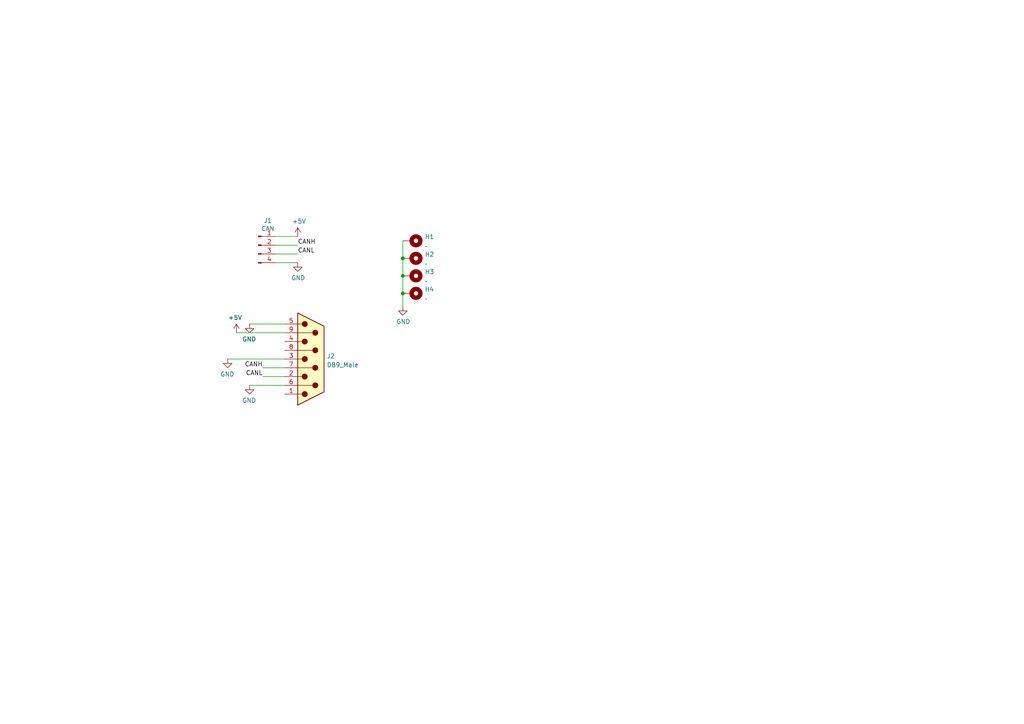
<source format=kicad_sch>
(kicad_sch (version 20211123) (generator eeschema)
  (paper "A4")
  (lib_symbols
    (symbol "Connector:Conn_01x04_Male" (pin_names (offset 1.016) hide)
      (property "Reference" "J" (at 0 5.08 0))
      (property "Value" "Conn_01x04_Male" (at 0 -7.62 0))
      (symbol "Conn_01x04_Male_1_1"
        (polyline (pts (xy 1.27 -5.08) (xy 0.8636 -5.08)) (stroke (width 0.1524)))
        (polyline (pts (xy 1.27 -2.54) (xy 0.8636 -2.54)) (stroke (width 0.1524)))
        (polyline (pts (xy 1.27 0) (xy 0.8636 0)) (stroke (width 0.1524)))
        (polyline (pts (xy 1.27 2.54) (xy 0.8636 2.54)) (stroke (width 0.1524)))
        (rectangle (start 0.8636 -4.953) (end 0 -5.207) (stroke (width 0.1524)) (fill (type outline)))
        (rectangle (start 0.8636 -2.413) (end 0 -2.667) (stroke (width 0.1524)) (fill (type outline)))
        (rectangle (start 0.8636 0.127) (end 0 -0.127) (stroke (width 0.1524)) (fill (type outline)))
        (rectangle (start 0.8636 2.667) (end 0 2.413) (stroke (width 0.1524)) (fill (type outline)))
        (pin passive line (at 5.08 2.54 180) (length 3.81) (name "Pin_1") (number "1"))
        (pin passive line (at 5.08 0 180) (length 3.81) (name "Pin_2") (number "2"))
        (pin passive line (at 5.08 -2.54 180) (length 3.81) (name "Pin_3") (number "3"))
        (pin passive line (at 5.08 -5.08 180) (length 3.81) (name "Pin_4") (number "4"))
      )
    )
    (symbol "Connector:DB9_Male" (pin_names (offset 1.016) hide)
      (property "Reference" "J" (at 0 13.97 0))
      (property "Value" "DB9_Male" (at 0 -14.605 0))
      (symbol "DB9_Male_0_1"
        (circle (center -1.778 -10.16) (radius 0.762) (fill (type outline)))
        (circle (center -1.778 -5.08) (radius 0.762) (fill (type outline)))
        (circle (center -1.778 0) (radius 0.762) (fill (type outline)))
        (circle (center -1.778 5.08) (radius 0.762) (fill (type outline)))
        (circle (center -1.778 10.16) (radius 0.762) (fill (type outline)))
        (polyline (pts (xy -3.81 -10.16) (xy -2.54 -10.16)))
        (polyline (pts (xy -3.81 -7.62) (xy 0.508 -7.62)))
        (polyline (pts (xy -3.81 -5.08) (xy -2.54 -5.08)))
        (polyline (pts (xy -3.81 -2.54) (xy 0.508 -2.54)))
        (polyline (pts (xy -3.81 0) (xy -2.54 0)))
        (polyline (pts (xy -3.81 2.54) (xy 0.508 2.54)))
        (polyline (pts (xy -3.81 5.08) (xy -2.54 5.08)))
        (polyline (pts (xy -3.81 7.62) (xy 0.508 7.62)))
        (polyline (pts (xy -3.81 10.16) (xy -2.54 10.16)))
        (polyline (pts (xy -3.81 -13.335) (xy -3.81 13.335) (xy 3.81 9.525) (xy 3.81 -9.525) (xy -3.81 -13.335)) (stroke (width 0.254)) (fill (type background)))
        (circle (center 1.27 -7.62) (radius 0.762) (fill (type outline)))
        (circle (center 1.27 -2.54) (radius 0.762) (fill (type outline)))
        (circle (center 1.27 2.54) (radius 0.762) (fill (type outline)))
        (circle (center 1.27 7.62) (radius 0.762) (fill (type outline)))
      )
      (symbol "DB9_Male_1_1"
        (pin passive line (at -7.62 -10.16 0) (length 3.81) (name "1") (number "1"))
        (pin passive line (at -7.62 -5.08 0) (length 3.81) (name "2") (number "2"))
        (pin passive line (at -7.62 0 0) (length 3.81) (name "3") (number "3"))
        (pin passive line (at -7.62 5.08 0) (length 3.81) (name "4") (number "4"))
        (pin passive line (at -7.62 10.16 0) (length 3.81) (name "5") (number "5"))
        (pin passive line (at -7.62 -7.62 0) (length 3.81) (name "6") (number "6"))
        (pin passive line (at -7.62 -2.54 0) (length 3.81) (name "7") (number "7"))
        (pin passive line (at -7.62 2.54 0) (length 3.81) (name "8") (number "8"))
        (pin passive line (at -7.62 7.62 0) (length 3.81) (name "9") (number "9"))
      )
    )
    (symbol "Mechanical:MountingHole_Pad" (pin_numbers hide) (pin_names (offset 1.016) hide)
      (property "Reference" "H" (at 0 6.35 0))
      (property "Value" "MountingHole_Pad" (at 0 4.445 0))
      (symbol "MountingHole_Pad_0_1"
        (circle (center 0 1.27) (radius 1.27) (stroke (width 1.27)))
      )
      (symbol "MountingHole_Pad_1_1"
        (pin input line (at 0 -2.54 90) (length 2.54) (name "1") (number "1"))
      )
    )
    (symbol "power:+5V" (power) (pin_names (offset 0))
      (property "Value" "+5V" (at 0 3.556 0))
      (symbol "+5V_0_1"
        (polyline (pts (xy -0.762 1.27) (xy 0 2.54)))
        (polyline (pts (xy 0 0) (xy 0 2.54)))
        (polyline (pts (xy 0 2.54) (xy 0.762 1.27)))
      )
      (symbol "+5V_1_1"
        (pin power_in line (at 0 0 90) (length 0) hide (name "+5V") (number "1"))
      )
    )
    (symbol "power:GND" (power) (pin_names (offset 0))
      (property "Value" "GND" (at 0 -3.81 0))
      (symbol "GND_0_1"
        (polyline (pts (xy 0 0) (xy 0 -1.27) (xy 1.27 -1.27) (xy 0 -2.54) (xy -1.27 -1.27) (xy 0 -1.27)))
      )
      (symbol "GND_1_1"
        (pin power_in line (at 0 0 270) (length 0) hide (name "GND") (number "1"))
      )
    )
  )
  (junction (at 116.84 80.01))
  (junction (at 116.84 74.93))
  (junction (at 116.84 85.09))
  (wire (pts (xy 82.55 96.52) (xy 68.58 96.52)))
  (wire (pts (xy 80.01 71.12) (xy 86.36 71.12)))
  (wire (pts (xy 82.55 111.76) (xy 72.39 111.76)))
  (wire (pts (xy 66.04 104.14) (xy 82.55 104.14)))
  (wire (pts (xy 82.55 109.22) (xy 76.2 109.22)))
  (wire (pts (xy 116.84 74.93) (xy 116.84 80.01)))
  (wire (pts (xy 116.84 69.85) (xy 116.84 74.93)))
  (wire (pts (xy 116.84 85.09) (xy 116.84 88.9)))
  (wire (pts (xy 80.01 73.66) (xy 86.36 73.66)))
  (wire (pts (xy 80.01 68.58) (xy 86.36 68.58)))
  (wire (pts (xy 82.55 93.98) (xy 72.39 93.98)))
  (wire (pts (xy 80.01 76.2) (xy 86.36 76.2)))
  (wire (pts (xy 82.55 106.68) (xy 76.2 106.68)))
  (wire (pts (xy 116.84 80.01) (xy 116.84 85.09)))
  (label "CANL" (at 76.2 109.22 180))
  (label "CANH" (at 86.36 71.12 0))
  (label "CANL" (at 86.36 73.66 0))
  (label "CANH" (at 76.2 106.68 180))
  (symbol (lib_id "Connector:Conn_01x04_Male") (at 74.93 71.12 0) (unit 1)
    (property "Reference" "J1" (at 77.6732 63.9826 0))
    (property "Value" "CAN" (at 77.6732 66.294 0))
    (property "Footprint" "AREA_lib_Connector:690367290476" (effects hide))
  )
  (symbol (lib_id "power:GND") (at 86.36 76.2 0) (unit 1)
    (property "Reference" "#PWR02" (effects hide))
    (property "Value" "GND" (at 86.487 80.5942 0))
  )
  (symbol (lib_id "power:GND") (at 72.39 93.98 0) (mirror y) (unit 1)
    (property "Reference" "#PWR04" (effects hide))
    (property "Value" "GND" (at 72.263 98.3742 0))
  )
  (symbol (lib_id "power:+5V") (at 86.36 68.58 0) (unit 1)
    (property "Reference" "#PWR01" (effects hide))
    (property "Value" "+5V" (at 86.741 64.1858 0))
  )
  (symbol (lib_id "power:+5V") (at 68.58 96.52 0) (mirror y) (unit 1)
    (property "Reference" "#PWR03" (effects hide))
    (property "Value" "+5V" (at 68.199 92.1258 0))
  )
  (symbol (lib_id "Mechanical:MountingHole_Pad") (at 119.38 69.85 270) (unit 1)
    (property "Reference" "H1" (at 123.19 68.6816 90) (effects (justify left)))
    (property "Value" "." (at 123.19 70.993 90) (effects (justify left)))
    (property "Footprint" "MountingHole:MountingHole_3.2mm_M3_Pad_Via" (effects hide))
  )
  (symbol (lib_id "Mechanical:MountingHole_Pad") (at 119.38 74.93 270) (unit 1)
    (property "Reference" "H2" (at 123.19 73.7616 90) (effects (justify left)))
    (property "Value" "." (at 123.19 76.073 90) (effects (justify left)))
    (property "Footprint" "MountingHole:MountingHole_3.2mm_M3_Pad_Via" (effects hide))
  )
  (symbol (lib_id "Mechanical:MountingHole_Pad") (at 119.38 80.01 270) (unit 1)
    (property "Reference" "H3" (at 123.19 78.8416 90) (effects (justify left)))
    (property "Value" "." (at 123.19 81.153 90) (effects (justify left)))
    (property "Footprint" "MountingHole:MountingHole_3.2mm_M3_Pad_Via" (effects hide))
  )
  (symbol (lib_id "Mechanical:MountingHole_Pad") (at 119.38 85.09 270) (unit 1)
    (property "Reference" "H4" (at 123.19 83.9216 90) (effects (justify left)))
    (property "Value" "." (at 123.19 86.233 90) (effects (justify left)))
    (property "Footprint" "MountingHole:MountingHole_3.2mm_M3_Pad_Via" (effects hide))
  )
  (symbol (lib_id "power:GND") (at 116.84 88.9 0) (unit 1)
    (property "Reference" "#PWR05" (effects hide))
    (property "Value" "GND" (at 116.967 93.2942 0))
  )
  (symbol (lib_id "power:GND") (at 66.04 104.14 0) (mirror y) (unit 1)
    (property "Reference" "#PWR06" (effects hide))
    (property "Value" "GND" (at 65.913 108.5342 0))
  )
  (symbol (lib_id "Connector:DB9_Male") (at 90.17 104.14 0) (unit 1)
    (property "Reference" "J2" (at 94.742 103.3053 0) (effects (justify left)))
    (property "Value" "DB9_Male" (at 94.742 105.8422 0) (effects (justify left)))
    (property "Datasheet" " ~" (effects hide))
  )
  (symbol (lib_id "power:GND") (at 72.39 111.76 0) (mirror y) (unit 1)
    (property "Reference" "#PWR07" (effects hide))
    (property "Value" "GND" (at 72.263 116.1542 0))
  )
)
</source>
